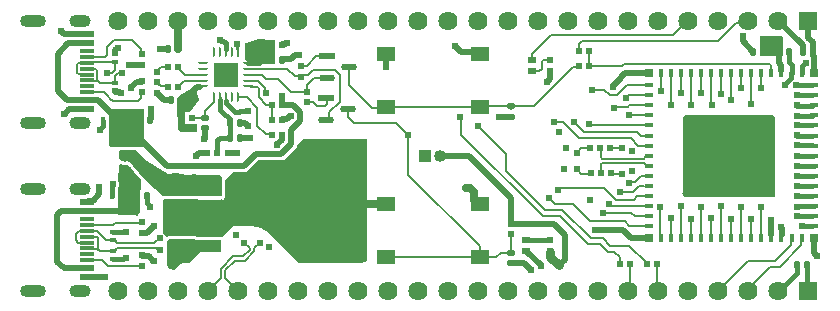
<source format=gtl>
G04*
G04 #@! TF.GenerationSoftware,Altium Limited,Altium Designer,24.5.2 (23)*
G04*
G04 Layer_Physical_Order=1*
G04 Layer_Color=255*
%FSLAX25Y25*%
%MOIN*%
G70*
G04*
G04 #@! TF.SameCoordinates,93A3EEE5-7AF5-460B-8448-28A0194370DD*
G04*
G04*
G04 #@! TF.FilePolarity,Positive*
G04*
G01*
G75*
%ADD13C,0.00600*%
G04:AMPARAMS|DCode=18|XSize=23.62mil|YSize=21.26mil|CornerRadius=5.63mil|HoleSize=0mil|Usage=FLASHONLY|Rotation=270.000|XOffset=0mil|YOffset=0mil|HoleType=Round|Shape=RoundedRectangle|*
%AMROUNDEDRECTD18*
21,1,0.02362,0.00999,0,0,270.0*
21,1,0.01235,0.02126,0,0,270.0*
1,1,0.01127,-0.00500,-0.00618*
1,1,0.01127,-0.00500,0.00618*
1,1,0.01127,0.00500,0.00618*
1,1,0.01127,0.00500,-0.00618*
%
%ADD18ROUNDEDRECTD18*%
%ADD19R,0.02126X0.02362*%
%ADD20R,0.03150X0.03150*%
%ADD21R,0.01575X0.03150*%
%ADD22R,0.03150X0.01575*%
%ADD23R,0.04724X0.04724*%
G04:AMPARAMS|DCode=24|XSize=23.62mil|YSize=21.26mil|CornerRadius=5.63mil|HoleSize=0mil|Usage=FLASHONLY|Rotation=180.000|XOffset=0mil|YOffset=0mil|HoleType=Round|Shape=RoundedRectangle|*
%AMROUNDEDRECTD24*
21,1,0.02362,0.00999,0,0,180.0*
21,1,0.01235,0.02126,0,0,180.0*
1,1,0.01127,-0.00618,0.00500*
1,1,0.01127,0.00618,0.00500*
1,1,0.01127,0.00618,-0.00500*
1,1,0.01127,-0.00618,-0.00500*
%
%ADD24ROUNDEDRECTD24*%
%ADD25R,0.06102X0.05118*%
%ADD26R,0.02362X0.02126*%
%ADD27R,0.01378X0.02362*%
%ADD28R,0.02362X0.01378*%
%ADD29R,0.04528X0.02362*%
%ADD30R,0.02756X0.02362*%
G04:AMPARAMS|DCode=31|XSize=33.06mil|YSize=9.55mil|CornerRadius=4.77mil|HoleSize=0mil|Usage=FLASHONLY|Rotation=270.000|XOffset=0mil|YOffset=0mil|HoleType=Round|Shape=RoundedRectangle|*
%AMROUNDEDRECTD31*
21,1,0.03306,0.00000,0,0,270.0*
21,1,0.02351,0.00955,0,0,270.0*
1,1,0.00955,0.00000,-0.01176*
1,1,0.00955,0.00000,0.01176*
1,1,0.00955,0.00000,0.01176*
1,1,0.00955,0.00000,-0.01176*
%
%ADD31ROUNDEDRECTD31*%
G04:AMPARAMS|DCode=32|XSize=35.43mil|YSize=68.9mil|CornerRadius=1.95mil|HoleSize=0mil|Usage=FLASHONLY|Rotation=90.000|XOffset=0mil|YOffset=0mil|HoleType=Round|Shape=RoundedRectangle|*
%AMROUNDEDRECTD32*
21,1,0.03543,0.06500,0,0,90.0*
21,1,0.03154,0.06890,0,0,90.0*
1,1,0.00390,0.03250,0.01577*
1,1,0.00390,0.03250,-0.01577*
1,1,0.00390,-0.03250,-0.01577*
1,1,0.00390,-0.03250,0.01577*
%
%ADD32ROUNDEDRECTD32*%
G04:AMPARAMS|DCode=33|XSize=125.98mil|YSize=68.9mil|CornerRadius=2.07mil|HoleSize=0mil|Usage=FLASHONLY|Rotation=90.000|XOffset=0mil|YOffset=0mil|HoleType=Round|Shape=RoundedRectangle|*
%AMROUNDEDRECTD33*
21,1,0.12598,0.06476,0,0,90.0*
21,1,0.12185,0.06890,0,0,90.0*
1,1,0.00413,0.03238,0.06093*
1,1,0.00413,0.03238,-0.06093*
1,1,0.00413,-0.03238,-0.06093*
1,1,0.00413,-0.03238,0.06093*
%
%ADD33ROUNDEDRECTD33*%
G04:AMPARAMS|DCode=34|XSize=9.55mil|YSize=33.06mil|CornerRadius=4.77mil|HoleSize=0mil|Usage=FLASHONLY|Rotation=270.000|XOffset=0mil|YOffset=0mil|HoleType=Round|Shape=RoundedRectangle|*
%AMROUNDEDRECTD34*
21,1,0.00955,0.02351,0,0,270.0*
21,1,0.00000,0.03306,0,0,270.0*
1,1,0.00955,-0.01176,0.00000*
1,1,0.00955,-0.01176,0.00000*
1,1,0.00955,0.01176,0.00000*
1,1,0.00955,0.01176,0.00000*
%
%ADD34ROUNDEDRECTD34*%
%ADD35R,0.04528X0.01181*%
%ADD36R,0.00955X0.03306*%
%ADD37R,0.05343X0.02253*%
G04:AMPARAMS|DCode=38|XSize=53.43mil|YSize=22.53mil|CornerRadius=11.26mil|HoleSize=0mil|Usage=FLASHONLY|Rotation=0.000|XOffset=0mil|YOffset=0mil|HoleType=Round|Shape=RoundedRectangle|*
%AMROUNDEDRECTD38*
21,1,0.05343,0.00000,0,0,0.0*
21,1,0.03091,0.02253,0,0,0.0*
1,1,0.02253,0.01545,0.00000*
1,1,0.02253,-0.01545,0.00000*
1,1,0.02253,-0.01545,0.00000*
1,1,0.02253,0.01545,0.00000*
%
%ADD38ROUNDEDRECTD38*%
%ADD50R,0.08071X0.08071*%
G04:AMPARAMS|DCode=53|XSize=39.37mil|YSize=86.61mil|CornerRadius=19.68mil|HoleSize=0mil|Usage=FLASHONLY|Rotation=270.000|XOffset=0mil|YOffset=0mil|HoleType=Round|Shape=RoundedRectangle|*
%AMROUNDEDRECTD53*
21,1,0.03937,0.04724,0,0,270.0*
21,1,0.00000,0.08661,0,0,270.0*
1,1,0.03937,-0.02362,0.00000*
1,1,0.03937,-0.02362,0.00000*
1,1,0.03937,0.02362,0.00000*
1,1,0.03937,0.02362,0.00000*
%
%ADD53ROUNDEDRECTD53*%
G04:AMPARAMS|DCode=54|XSize=39.37mil|YSize=70.87mil|CornerRadius=19.68mil|HoleSize=0mil|Usage=FLASHONLY|Rotation=270.000|XOffset=0mil|YOffset=0mil|HoleType=Round|Shape=RoundedRectangle|*
%AMROUNDEDRECTD54*
21,1,0.03937,0.03150,0,0,270.0*
21,1,0.00000,0.07087,0,0,270.0*
1,1,0.03937,-0.01575,0.00000*
1,1,0.03937,-0.01575,0.00000*
1,1,0.03937,0.01575,0.00000*
1,1,0.03937,0.01575,0.00000*
%
%ADD54ROUNDEDRECTD54*%
%ADD60R,0.01575X0.01575*%
%ADD61C,0.02000*%
%ADD62C,0.01500*%
%ADD63C,0.02500*%
%ADD64C,0.03000*%
%ADD65C,0.00603*%
%ADD66C,0.00623*%
%ADD67C,0.01001*%
%ADD68R,0.06400X0.06400*%
%ADD69C,0.06400*%
%ADD70R,0.04000X0.04000*%
%ADD71C,0.04000*%
%ADD72R,0.04000X0.04000*%
%ADD73C,0.02400*%
G36*
X250442Y89955D02*
X256205Y89905D01*
X256600Y89509D01*
Y85121D01*
X256599Y85118D01*
Y83882D01*
X256600Y83879D01*
Y83300D01*
X249100D01*
Y88043D01*
X249100Y88043D01*
X249088Y88098D01*
X249076Y88210D01*
X249076Y88323D01*
X249088Y88435D01*
X249100Y88490D01*
X249100Y88490D01*
X249102Y88497D01*
X249108Y88512D01*
X249115Y88525D01*
X249123Y88538D01*
X249128Y88544D01*
X249100Y89300D01*
X249100Y89300D01*
X249107Y89337D01*
X249115Y89412D01*
Y89488D01*
X249107Y89563D01*
X249100Y89600D01*
X249100Y89600D01*
X249105Y89626D01*
X249113Y89679D01*
X249116Y89732D01*
X249116Y89785D01*
X249114Y89811D01*
Y89811D01*
X249113Y89829D01*
X249125Y89862D01*
X249149Y89887D01*
X249181Y89900D01*
X249199Y89899D01*
X249346Y89893D01*
X249640Y89891D01*
X249934Y89904D01*
X250227Y89931D01*
X250373Y89951D01*
X250373Y89950D01*
X250382Y89952D01*
X250399Y89953D01*
X250416Y89955D01*
X250433Y89955D01*
X250442Y89955D01*
D02*
G37*
G36*
X86500Y88500D02*
X87500D01*
Y80600D01*
X84550D01*
X84515Y80561D01*
X82000D01*
X81415Y80445D01*
X80919Y80113D01*
X80910Y80100D01*
X79378D01*
X77500Y81978D01*
Y87500D01*
X77600Y87600D01*
X82000Y89000D01*
X86500Y88500D01*
D02*
G37*
G36*
X254200Y62690D02*
Y36300D01*
X224024D01*
X223931Y36346D01*
X223768Y36476D01*
X223638Y36639D01*
X223547Y36826D01*
X223523Y36927D01*
X223428Y37016D01*
X223298Y37240D01*
X223238Y37493D01*
X223254Y37753D01*
X223300Y37874D01*
X223300Y61538D01*
X223300Y62500D01*
X223771Y63297D01*
X224021Y63400D01*
X224200Y63400D01*
X253324Y63400D01*
X254200Y62690D01*
D02*
G37*
G36*
X61171Y71832D02*
X62100Y68601D01*
X58987Y64665D01*
X57519D01*
Y60539D01*
X61300D01*
Y58000D01*
X56100D01*
X55100Y59000D01*
X54753Y67233D01*
X54779Y67272D01*
X54901Y67882D01*
Y69118D01*
X54886Y69192D01*
X55840Y70147D01*
X59580Y72222D01*
X61171Y71832D01*
D02*
G37*
G36*
X43800Y65500D02*
Y62657D01*
X43792Y62618D01*
Y61382D01*
X43800Y61343D01*
Y52900D01*
X39689D01*
X39611Y52916D01*
X39611D01*
X39611Y52916D01*
X39495Y52938D01*
X39495Y52939D01*
X39495Y52939D01*
X39490Y52942D01*
X39406Y52959D01*
X39357Y52981D01*
X39344Y52981D01*
X39298Y53000D01*
X39198Y53000D01*
X39100Y53020D01*
X36401D01*
X36401Y53020D01*
X36301Y53020D01*
X36202Y53000D01*
X36101Y53000D01*
X36009Y52962D01*
X35910Y52942D01*
X35906Y52939D01*
X35905Y52939D01*
X35830Y52908D01*
X35812Y52900D01*
X32600D01*
X32000Y53500D01*
Y65600D01*
X43700D01*
X43800Y65500D01*
D02*
G37*
G36*
X39101Y52000D02*
X39108Y51995D01*
X39108Y51995D01*
X39128Y51991D01*
X39207Y51959D01*
X39244Y51951D01*
X39247Y51950D01*
X39247Y51950D01*
X39254Y51949D01*
X39285Y51943D01*
X39296Y51938D01*
X39490Y51900D01*
X39533D01*
X39538Y51898D01*
X39551Y51900D01*
X39590D01*
X39689Y51880D01*
X40972D01*
X41349Y51692D01*
X44795Y48331D01*
X51745Y43967D01*
X54549Y44180D01*
X58196Y43668D01*
X61099Y43744D01*
X61577Y43681D01*
X68537Y43617D01*
X68621Y43656D01*
X69849Y42873D01*
Y40592D01*
Y36492D01*
X69349D01*
X69170Y36510D01*
X67793Y36441D01*
X67687Y36420D01*
X67449Y36492D01*
X61352Y36792D01*
X58771Y36671D01*
X54749Y36692D01*
X49849D01*
X49711Y36749D01*
X47497Y38963D01*
X41949Y44180D01*
Y44292D01*
X40549Y46192D01*
X40249Y46592D01*
X40149Y46892D01*
X38849Y47792D01*
X38049Y48092D01*
X37449D01*
X36449Y48392D01*
X35600Y48901D01*
X35449Y49169D01*
Y51492D01*
X35843Y51887D01*
X36021Y51922D01*
X36202Y51958D01*
X36220Y51966D01*
X36220Y51966D01*
X36221Y51966D01*
X36296Y51997D01*
X36300Y52000D01*
X36300Y52000D01*
X36401Y52000D01*
X36401Y52000D01*
X39100D01*
X39101Y52000D01*
D02*
G37*
G36*
X117800Y55371D02*
X118000D01*
Y54400D01*
Y46800D01*
Y45600D01*
Y32200D01*
Y16100D01*
Y14800D01*
X116000Y14100D01*
X95500D01*
X85283Y24317D01*
X82700Y25900D01*
X79700Y26700D01*
X73824Y26525D01*
X73824Y26525D01*
X73649Y26505D01*
X73319Y26383D01*
X73046Y26163D01*
X72856Y25867D01*
X72800Y25700D01*
X69841Y22741D01*
X69690Y22842D01*
X69300Y22920D01*
X61373D01*
X61190Y23042D01*
X60800Y23120D01*
X60068D01*
X59770Y23179D01*
X54500D01*
X54202Y23120D01*
X53621D01*
X53618Y23119D01*
X52382D01*
X52379Y23120D01*
X52100D01*
X51710Y23042D01*
X51499Y22901D01*
X51373Y22900D01*
X51114Y22970D01*
X50926Y23076D01*
X50696Y23633D01*
X50200Y24128D01*
Y35200D01*
X50400Y35400D01*
X61910D01*
X61981Y35353D01*
X62447Y35260D01*
X68947D01*
X69413Y35353D01*
X69484Y35400D01*
X69600D01*
X70000Y35000D01*
X70500Y35500D01*
Y35724D01*
X70570Y35771D01*
X70791Y36102D01*
X70868Y36492D01*
Y41968D01*
X73300Y44400D01*
X77400D01*
X77550Y44550D01*
X77880Y44616D01*
X78542Y45058D01*
X81945Y48461D01*
X89526D01*
X90225Y48600D01*
X90300D01*
X90337Y48637D01*
X90967Y49058D01*
X94206Y52296D01*
X94648Y52958D01*
X94720Y53320D01*
X96800Y55400D01*
X117652D01*
X117800Y55371D01*
D02*
G37*
G36*
X36982Y47033D02*
X37105Y47000D01*
X37895D01*
X37915Y47005D01*
X38053Y47001D01*
X38224Y46937D01*
X38475Y46811D01*
X39138Y46351D01*
X39399Y46052D01*
X39433Y45980D01*
X39731Y45584D01*
X40264Y44860D01*
Y44466D01*
X41141Y43588D01*
X41228Y43459D01*
X41241Y43450D01*
X41250Y43437D01*
X41956Y42773D01*
X42664Y42066D01*
X42464Y34966D01*
X42464Y31066D01*
X41611Y30120D01*
X41460Y30032D01*
X41362Y30009D01*
X40900Y30100D01*
X40779Y30174D01*
X40429Y30171D01*
X39864Y30166D01*
X35501Y30166D01*
X35471Y30180D01*
X35083Y30573D01*
X35070Y30602D01*
X35197Y39231D01*
X35500Y39962D01*
Y40838D01*
X35230Y41489D01*
X35304Y46506D01*
X35864Y47066D01*
X36982Y47033D01*
D02*
G37*
G36*
X61000Y21900D02*
X69300D01*
Y18000D01*
X62800D01*
X62200Y17400D01*
X59100Y14300D01*
X56500D01*
X56100Y13900D01*
X54100Y12100D01*
X53800Y12000D01*
X52414Y12082D01*
X52354Y12085D01*
X52245Y12132D01*
X52158Y12214D01*
X52104Y12320D01*
X52096Y12379D01*
X51810Y12865D01*
X51440Y13929D01*
X51286Y15046D01*
X51355Y16171D01*
X51378Y16255D01*
X51557Y16716D01*
X51557Y16716D01*
X51500Y17700D01*
Y21400D01*
X51900Y21900D01*
X52100Y22100D01*
X52379D01*
X52382Y22099D01*
X53618D01*
X53621Y22100D01*
X57879D01*
X57882Y22099D01*
X59118D01*
X59121Y22100D01*
X60800D01*
X61000Y21900D01*
D02*
G37*
D13*
X192201Y80000D02*
X202964D01*
X252807Y77642D02*
Y80048D01*
X203598Y80634D02*
X252221D01*
X252807Y77642D02*
X252890Y77559D01*
X252221Y80634D02*
X252807Y80048D01*
X202964Y80000D02*
X203598Y80634D01*
X192201Y80000D02*
Y85000D01*
X127900Y60800D02*
X131800Y56900D01*
X111742Y62958D02*
X113900Y60800D01*
X127900D01*
X98000Y73500D02*
X100260Y75760D01*
X98000Y71201D02*
Y73500D01*
Y67799D02*
X100201D01*
X101400Y66600D02*
X104014D01*
X100201Y67799D02*
X101400Y66600D01*
X88400Y75700D02*
X92899Y71201D01*
X98000D01*
X81500Y60000D02*
X84322Y57178D01*
X81500Y60000D02*
Y64500D01*
X86121Y57178D02*
X86299Y57000D01*
X84322Y57178D02*
X86121D01*
X78041Y69459D02*
X81500Y66000D01*
Y64500D02*
Y66000D01*
X74937Y69459D02*
X78041D01*
X32568Y13250D02*
X37788D01*
X31709Y13299D02*
X32519D01*
X32568Y13250D01*
X37788D02*
X37838Y13299D01*
X43000D01*
X30000Y15009D02*
X31709Y13299D01*
X29890Y15118D02*
X30000Y15009D01*
X196600Y31000D02*
X206218D01*
X207297Y29921D01*
X199511Y33268D02*
X211945D01*
X198979Y33800D02*
X199511Y33268D01*
X198600Y33800D02*
X198979D01*
X181979Y38700D02*
X182579Y39300D01*
X197000D01*
X181600Y38700D02*
X181979D01*
X197000Y39300D02*
X201000Y35300D01*
X192482Y28100D02*
X203936D01*
X180800Y33800D02*
X186782D01*
X178700Y35900D02*
X180800Y33800D01*
X186782D02*
X192482Y28100D01*
X182471Y29701D02*
X191771Y20400D01*
X176799Y29701D02*
X182471D01*
X183200Y31800D02*
X192600Y22400D01*
X177547Y31800D02*
X183200D01*
X155000Y60000D02*
X164400Y50600D01*
Y44947D02*
Y50600D01*
X191771Y20400D02*
X195872D01*
X198331Y17941D01*
X149500Y57000D02*
X176799Y29701D01*
X149500Y57000D02*
Y61925D01*
X148926Y62500D02*
X149500Y61925D01*
X201000Y35300D02*
X206998D01*
X164400Y44947D02*
X177547Y31800D01*
X192600Y22400D02*
X196700D01*
X201255Y70073D02*
X204607Y73425D01*
X193000Y72000D02*
X197182D01*
X199108Y70073D01*
X201255D01*
X198331Y17941D02*
X200459D01*
X202299Y16101D01*
X148926Y62500D02*
Y62879D01*
X196700Y22400D02*
X199159Y19941D01*
X205476D01*
X155650Y16142D02*
Y19750D01*
X131800Y43600D02*
Y56900D01*
Y43600D02*
X155650Y19750D01*
Y16142D02*
X161249D01*
X165793Y17693D02*
X166000Y17900D01*
X161249Y16142D02*
X162800Y17693D01*
X165793D01*
X202299Y14000D02*
Y16101D01*
X104014Y66600D02*
X104600Y67186D01*
Y68614D01*
X104258Y68956D02*
X104600Y68614D01*
X104258Y68956D02*
Y69240D01*
X42822Y69322D02*
Y71121D01*
X41594Y68094D02*
X42822Y69322D01*
X33406Y68094D02*
X41594D01*
X42822Y71121D02*
X43000Y71299D01*
X42722Y83979D02*
X43000Y83701D01*
X42722Y83979D02*
Y85678D01*
X33882Y88700D02*
X39700D01*
X42722Y85678D01*
X206998Y35300D02*
X208158Y36459D01*
X211790D01*
X211945Y36614D01*
X259383Y22242D02*
X259583Y22441D01*
X259383Y20157D02*
Y22242D01*
X254226Y15000D02*
X259383Y20157D01*
X245000Y15000D02*
X254226D01*
X215904Y21686D02*
Y32932D01*
X204607Y73425D02*
X211945D01*
X173000Y81870D02*
X173065Y81936D01*
Y83965D02*
X179300Y90200D01*
X220200D01*
X173065Y81936D02*
Y83965D01*
X64088Y64770D02*
X67063Y67745D01*
Y69459D01*
X64088Y62697D02*
Y64770D01*
X83071Y77000D02*
X83705Y76366D01*
X84371Y75700D01*
X78541Y77000D02*
X83071D01*
X84371Y75700D02*
X88400D01*
X262793Y22305D02*
X262929Y22441D01*
X262793Y20093D02*
Y22305D01*
X255700Y13000D02*
X262793Y20093D01*
X84232Y71268D02*
X84500Y71000D01*
X81646Y75032D02*
X84232Y72445D01*
Y71268D02*
Y72445D01*
X244177Y94177D02*
X245000Y95000D01*
X241177Y94177D02*
X244177D01*
X189700Y88200D02*
X235200D01*
X241177Y94177D01*
X79694Y75032D02*
X81646D01*
X166000Y23799D02*
X166432Y24232D01*
X74914Y85694D02*
Y87286D01*
X30000Y71102D02*
X30398D01*
X24764D02*
X30000D01*
X30398D02*
X31424Y70077D01*
Y70041D02*
X32888Y68577D01*
X32923D01*
X33406Y68094D01*
X31424Y70041D02*
Y70077D01*
X31319Y83590D02*
Y86137D01*
X33882Y88700D01*
X29800Y83004D02*
X30733D01*
X24854D02*
X29800D01*
X30733D02*
X31319Y83590D01*
X24764Y82913D02*
X24854Y83004D01*
X24764Y15118D02*
X29890D01*
X207310Y41268D02*
X209349Y43307D01*
X211945D01*
X205768Y41268D02*
X207310D01*
X205500Y41000D02*
X205768Y41268D01*
X188700Y55800D02*
X206018D01*
X208472Y53347D01*
X208200Y57800D02*
X209307Y56693D01*
X211945D01*
X190400Y57800D02*
X208200D01*
X208472Y53347D02*
X211945D01*
X206870Y38000D02*
X208870Y40000D01*
X202500Y38000D02*
X206870D01*
X208870Y40000D02*
X210271D01*
X186000Y58500D02*
X188700Y55800D01*
X185982Y58500D02*
X186000D01*
X180400Y61100D02*
X183400D01*
X184400Y60100D01*
Y60082D02*
X185982Y58500D01*
X184400Y60082D02*
Y60100D01*
X187100Y61100D02*
X190400Y57800D01*
X192121Y60500D02*
X192389Y60232D01*
X193147D01*
X193340Y60039D01*
X211945D01*
X187100Y61100D02*
Y61200D01*
X91469Y79031D02*
X94000Y76500D01*
X82000Y79031D02*
X91469D01*
X33429Y26929D02*
X34200Y27700D01*
X42300D01*
X24764Y26929D02*
X33429D01*
X252472Y13000D02*
X255700D01*
X111742Y62958D02*
Y65500D01*
X166000Y17900D02*
Y23799D01*
X124350Y16142D02*
X154358D01*
X154900Y15600D01*
X180700Y73400D02*
X186867Y79567D01*
X188236D02*
X188400Y79731D01*
Y80000D01*
X186867Y79567D02*
X188236D01*
X173686Y66386D02*
X179100Y71800D01*
X179118D02*
X180700Y73382D01*
Y73400D01*
X166000Y66386D02*
X173686D01*
X179100Y71800D02*
X179118D01*
X155650Y66142D02*
X155894Y66386D01*
X165686D02*
X165700Y66400D01*
X155894Y66386D02*
X165686D01*
X124350Y66142D02*
X154142D01*
X154200Y66200D01*
X119800Y66000D02*
X122200D01*
X112242Y73558D02*
Y79500D01*
Y73558D02*
X119800Y66000D01*
X78541Y78936D02*
X82000D01*
Y79031D01*
X109000Y68017D02*
Y76777D01*
X107391Y78386D02*
X109000Y76777D01*
X105369Y64386D02*
X109000Y68017D01*
X104200Y62000D02*
X105031D01*
X105369Y62338D01*
Y64386D01*
X98386Y76714D02*
X100058Y78386D01*
X107391D01*
X96415Y76714D02*
X98386D01*
X96000Y76299D02*
X96415Y76714D01*
X94000Y76500D02*
X95000D01*
X100260Y75760D02*
X103740D01*
X104000Y75500D01*
X96332Y80033D02*
X98033D01*
X104690Y83172D02*
X104758Y83240D01*
X96000Y79701D02*
X96332Y80033D01*
X101172Y83172D02*
X104690D01*
X98033Y80033D02*
X101172Y83172D01*
X223500Y93500D02*
X225600D01*
X220200Y90200D02*
X223500Y93500D01*
X188799Y87299D02*
X189700Y88200D01*
X188799Y85000D02*
Y87299D01*
X63909Y62602D02*
X64000Y62693D01*
X59700Y62602D02*
X63909D01*
X81500Y72914D02*
X81968Y72446D01*
X79511Y73032D02*
X81383D01*
X81500Y72914D01*
X81968Y69532D02*
Y72446D01*
Y69532D02*
X84500Y67000D01*
X86299Y62000D02*
Y67000D01*
X84500D02*
X86000D01*
X79502Y73040D02*
X79511Y73032D01*
X203936Y28100D02*
X205461Y26575D01*
X214701Y14000D02*
X214850Y13850D01*
Y5150D02*
Y13850D01*
Y5150D02*
X215000Y5000D01*
X205701Y5701D02*
Y14000D01*
X205000Y5000D02*
X205701Y5701D01*
X205476Y19941D02*
X211299Y14118D01*
Y14000D02*
Y14118D01*
X176313Y81115D02*
X176899Y81701D01*
X176313Y79014D02*
Y81115D01*
X176899Y81701D02*
X179000D01*
X175429Y78130D02*
X176313Y79014D01*
X173000Y78130D02*
X175429D01*
X205461Y26575D02*
X211945D01*
X55000Y5000D02*
X55979Y5979D01*
X207297Y29921D02*
X211945D01*
X200500Y66000D02*
X200700Y66200D01*
X205018D01*
X205551Y66732D02*
X211945D01*
X205018Y66200D02*
X205551Y66732D01*
X205500Y63500D02*
X205614Y63386D01*
X211945D01*
X204647Y69268D02*
X205458Y70079D01*
X207200D02*
X207200Y70079D01*
X205458Y70079D02*
X207200D01*
X207200Y70079D02*
X211945D01*
X204268Y69268D02*
X204647D01*
X245000Y5528D02*
X252472Y13000D01*
X245000Y5000D02*
Y5528D01*
X235000Y5000D02*
X245000Y15000D01*
X246204Y67304D02*
Y76359D01*
X216100Y71392D02*
Y76408D01*
X246171Y23763D02*
Y28778D01*
X249496Y23741D02*
Y32796D01*
X239371Y23763D02*
Y28778D01*
X242696Y23741D02*
Y32796D01*
X232671Y24063D02*
Y29078D01*
X235996Y24041D02*
Y33096D01*
X226071Y23963D02*
Y28978D01*
X229396Y23941D02*
Y32996D01*
X219471Y24063D02*
Y29078D01*
X222796Y24041D02*
Y33096D01*
X222829Y71022D02*
Y76037D01*
X219504Y67004D02*
Y76059D01*
X229329Y71022D02*
Y76037D01*
X226004Y67004D02*
Y76059D01*
X232811Y67189D02*
Y77559D01*
Y67189D02*
X233000Y67000D01*
X236000Y70500D02*
X236157Y70657D01*
Y77559D01*
X239500Y68500D02*
X239504Y68504D01*
Y77559D01*
X242829Y72522D02*
Y77537D01*
X249522Y72522D02*
Y77537D01*
X249543Y77559D01*
X249500Y72500D02*
X249522Y72522D01*
D18*
X42500Y62000D02*
D03*
X45886D02*
D03*
X72307Y56000D02*
D03*
X75693D02*
D03*
X258693Y84500D02*
D03*
X246807D02*
D03*
X44693Y36500D02*
D03*
X51707Y85400D02*
D03*
X52807Y68500D02*
D03*
X89693Y82000D02*
D03*
X266693Y84500D02*
D03*
X261307Y13500D02*
D03*
X75693Y61000D02*
D03*
X72307D02*
D03*
X264693Y13500D02*
D03*
X263307Y84500D02*
D03*
X86307Y82000D02*
D03*
X56193Y68500D02*
D03*
X55093Y85400D02*
D03*
X41307Y36500D02*
D03*
X250193Y84500D02*
D03*
X255307D02*
D03*
D19*
X195998Y44187D02*
D03*
X199400D02*
D03*
X195801Y52500D02*
D03*
X192399D02*
D03*
X196000Y44187D02*
D03*
X192598D02*
D03*
X89701Y62000D02*
D03*
Y57000D02*
D03*
X188799Y80000D02*
D03*
X192201D02*
D03*
X188799Y85000D02*
D03*
X192201D02*
D03*
X71601Y51000D02*
D03*
X68199D02*
D03*
X64799D02*
D03*
X68201D02*
D03*
X89701Y87000D02*
D03*
X86299D02*
D03*
X51799Y73000D02*
D03*
X55201D02*
D03*
X51799Y79400D02*
D03*
X55201D02*
D03*
X86299Y57000D02*
D03*
Y67000D02*
D03*
X89701D02*
D03*
X86299Y62000D02*
D03*
X205701Y14000D02*
D03*
X202299D02*
D03*
X214701D02*
D03*
X211299D02*
D03*
X199201Y52500D02*
D03*
X195799D02*
D03*
D20*
X267063Y77559D02*
D03*
X211945D02*
D03*
X267063Y22441D02*
D03*
X211945D02*
D03*
D21*
X262929Y77559D02*
D03*
X259583D02*
D03*
X252890Y22441D02*
D03*
X256236D02*
D03*
X262929D02*
D03*
X259583D02*
D03*
X249543D02*
D03*
X246197D02*
D03*
X242850D02*
D03*
X239504D02*
D03*
X236157D02*
D03*
X232811D02*
D03*
X229465D02*
D03*
X226118D02*
D03*
X222772D02*
D03*
X219425D02*
D03*
X216079D02*
D03*
Y77559D02*
D03*
X219425D02*
D03*
X222772D02*
D03*
X226118D02*
D03*
X229465D02*
D03*
X232811D02*
D03*
X236157D02*
D03*
X239504D02*
D03*
X242850D02*
D03*
X246197D02*
D03*
X249543D02*
D03*
X252890D02*
D03*
X256236D02*
D03*
D22*
X267063Y26575D02*
D03*
Y29921D02*
D03*
Y33268D02*
D03*
Y36614D02*
D03*
Y39961D02*
D03*
Y43307D02*
D03*
Y46654D02*
D03*
Y50000D02*
D03*
Y53347D02*
D03*
Y56693D02*
D03*
Y60039D02*
D03*
Y63386D02*
D03*
Y66732D02*
D03*
Y70079D02*
D03*
Y73425D02*
D03*
X211945Y26575D02*
D03*
Y29921D02*
D03*
Y33268D02*
D03*
Y36614D02*
D03*
Y39961D02*
D03*
Y43307D02*
D03*
Y46654D02*
D03*
Y50000D02*
D03*
Y53347D02*
D03*
Y56693D02*
D03*
Y60039D02*
D03*
Y63386D02*
D03*
Y66732D02*
D03*
Y70079D02*
D03*
Y73425D02*
D03*
D23*
X239504Y50000D02*
D03*
X246000D02*
D03*
Y43504D02*
D03*
X239504D02*
D03*
X233008D02*
D03*
Y50000D02*
D03*
Y56496D02*
D03*
X239504D02*
D03*
D24*
X166000Y63000D02*
D03*
Y14307D02*
D03*
X58000Y34307D02*
D03*
X53000Y24193D02*
D03*
X58500D02*
D03*
X64000Y59307D02*
D03*
Y62693D02*
D03*
X58500Y20807D02*
D03*
X53000D02*
D03*
X58000Y37693D02*
D03*
X166000Y17693D02*
D03*
Y66386D02*
D03*
D25*
X124350Y83858D02*
D03*
X155650D02*
D03*
X124350Y33858D02*
D03*
X155650D02*
D03*
Y16142D02*
D03*
X124350D02*
D03*
X155650Y66142D02*
D03*
X124350D02*
D03*
D26*
X43000Y16701D02*
D03*
Y24299D02*
D03*
Y74701D02*
D03*
Y80299D02*
D03*
X179000Y81701D02*
D03*
Y78299D02*
D03*
Y21701D02*
D03*
Y18299D02*
D03*
X59700Y59200D02*
D03*
Y62602D02*
D03*
X43000Y83701D02*
D03*
Y71299D02*
D03*
Y27701D02*
D03*
Y13299D02*
D03*
X98000Y71201D02*
D03*
Y67799D02*
D03*
X166000Y23799D02*
D03*
Y27201D02*
D03*
X96000Y76299D02*
D03*
Y79701D02*
D03*
D27*
X33220Y36500D02*
D03*
X30220Y62000D02*
D03*
X32779D02*
D03*
X35780Y36500D02*
D03*
D28*
X33500Y24559D02*
D03*
Y15500D02*
D03*
X34000Y83780D02*
D03*
Y71720D02*
D03*
Y74279D02*
D03*
Y81221D02*
D03*
X33500Y18059D02*
D03*
Y22000D02*
D03*
D29*
X24764Y9409D02*
D03*
Y34606D02*
D03*
Y65394D02*
D03*
Y90591D02*
D03*
Y68543D02*
D03*
Y87441D02*
D03*
Y12559D02*
D03*
Y31457D02*
D03*
D30*
X171000Y18130D02*
D03*
Y21870D02*
D03*
X173000Y78130D02*
D03*
Y81870D02*
D03*
D31*
X71000Y69459D02*
D03*
Y84541D02*
D03*
X72969D02*
D03*
X69032D02*
D03*
X67063D02*
D03*
Y69459D02*
D03*
X69032D02*
D03*
X72969D02*
D03*
X74937D02*
D03*
D32*
X65697Y29000D02*
D03*
Y19945D02*
D03*
Y38055D02*
D03*
D33*
X90303Y29000D02*
D03*
D34*
X78541Y78969D02*
D03*
Y77000D02*
D03*
X63459Y80937D02*
D03*
Y78969D02*
D03*
Y77000D02*
D03*
Y75032D02*
D03*
Y73063D02*
D03*
X78541D02*
D03*
Y75032D02*
D03*
Y80937D02*
D03*
D35*
X24764Y84882D02*
D03*
Y82913D02*
D03*
Y80945D02*
D03*
Y78976D02*
D03*
Y77008D02*
D03*
Y75039D02*
D03*
Y73071D02*
D03*
Y71102D02*
D03*
Y28898D02*
D03*
Y26929D02*
D03*
Y24961D02*
D03*
Y22992D02*
D03*
Y21024D02*
D03*
Y19055D02*
D03*
Y17087D02*
D03*
Y15118D02*
D03*
D36*
X74937Y84541D02*
D03*
D37*
X104258Y69240D02*
D03*
X104758Y83240D02*
D03*
D38*
X104258Y61760D02*
D03*
X111742Y65500D02*
D03*
X104758Y75760D02*
D03*
X112242Y79500D02*
D03*
D50*
X71000Y77000D02*
D03*
D53*
X6752Y39016D02*
D03*
Y5000D02*
D03*
Y95000D02*
D03*
Y60984D02*
D03*
D54*
X22500Y39016D02*
D03*
Y5000D02*
D03*
Y95000D02*
D03*
Y60984D02*
D03*
D60*
X246000Y56496D02*
D03*
D61*
X75693Y60882D02*
X75756Y60819D01*
X77573D01*
X75693Y60882D02*
Y61000D01*
X77573Y60819D02*
X78392Y60000D01*
X78500D01*
X92681Y82181D02*
X93923Y83424D01*
X89756Y82181D02*
X92681D01*
X93923Y83424D02*
X95424D01*
X89764Y87181D02*
X91073D01*
X89701Y87118D02*
X89764Y87181D01*
X91073D02*
X91392Y87500D01*
X91500D01*
X89701Y87000D02*
Y87118D01*
X253950Y85975D02*
Y86506D01*
X152000Y50000D02*
X166000Y36000D01*
X142500Y50000D02*
X152000D01*
X166000Y27201D02*
Y36000D01*
X89693Y82118D02*
X89756Y82181D01*
X89693Y82000D02*
Y82118D01*
X95424Y83424D02*
X95500Y83500D01*
X42948Y16701D02*
X43011Y16638D01*
X53000Y24193D02*
Y28900D01*
X54500Y29050D02*
X58500D01*
X65647D01*
X33924Y71077D02*
X35724D01*
X147500Y86500D02*
X149500Y84500D01*
X155008D02*
X155650Y83858D01*
X149500Y84500D02*
X155008D01*
X182000Y13400D02*
X182070D01*
X184000Y15330D01*
Y23600D01*
X171378Y17949D02*
X175933Y13393D01*
X176107D01*
X176200Y13300D01*
X172792Y12000D02*
X172900D01*
X166000Y14307D02*
X170485D01*
X172792Y12000D01*
X243277Y88149D02*
X246807Y84618D01*
X243277Y88149D02*
Y89824D01*
X255307Y84500D02*
Y84618D01*
Y80753D02*
Y84500D01*
X181097Y26503D02*
X184000Y23600D01*
X180399Y27201D02*
X181097Y26503D01*
X166000Y27201D02*
X180399D01*
X51300Y29100D02*
X51350Y29050D01*
X53000D01*
X81100Y50500D02*
X89526D01*
X92764Y53738D02*
Y58664D01*
X77100Y46500D02*
X81100Y50500D01*
X51500Y46500D02*
X77100D01*
X89526Y50500D02*
X92764Y53738D01*
Y58664D02*
X95800Y61700D01*
Y64700D01*
X93500Y67000D02*
X95800Y64700D01*
X92492Y63200D02*
X92600D01*
X89701Y62118D02*
X89764Y62181D01*
X89701Y62000D02*
Y62118D01*
X89764Y62181D02*
X91473D01*
X92492Y63200D01*
X57131Y68681D02*
X61000Y72550D01*
X56256Y68681D02*
X57131D01*
X61000Y72550D02*
X61350Y72900D01*
X62500D01*
X59637Y59263D02*
X59700Y59200D01*
X57245Y59263D02*
X59637D01*
X57108Y59400D02*
X57245Y59263D01*
X57000Y59400D02*
X57108D01*
X267200Y82600D02*
Y82708D01*
Y77696D02*
Y82600D01*
X266630Y84681D02*
Y87720D01*
Y84681D02*
X266693Y84618D01*
X265000Y89350D02*
Y95000D01*
Y89350D02*
X266630Y87720D01*
X266693Y84500D02*
Y84618D01*
X266756Y83152D02*
Y84437D01*
Y83152D02*
X267200Y82708D01*
X267063Y77559D02*
X267200Y77696D01*
X256000Y26284D02*
Y26300D01*
Y26284D02*
X256268Y26016D01*
Y23653D02*
Y26016D01*
X95800Y30400D02*
X97700Y32300D01*
Y35500D01*
X91703Y30400D02*
X95800D01*
X90303Y29000D02*
X91703Y30400D01*
X46992Y26600D02*
X47100D01*
X43063Y24362D02*
X44754D01*
X46992Y26600D01*
X53000Y28900D02*
X55000D01*
X35724Y71077D02*
X36000Y70800D01*
X39400Y72772D02*
X41266Y74638D01*
X39400Y72700D02*
Y72772D01*
X42950Y80250D02*
X43000Y80299D01*
X38950Y80250D02*
X42950D01*
X38900Y80200D02*
X38950Y80250D01*
X49100Y85400D02*
X51707D01*
X43011Y16638D02*
X45254D01*
X46892Y15000D01*
X89700Y67000D02*
X89701Y67000D01*
X89700Y67000D02*
Y69800D01*
X89700Y69800D02*
X89700Y69800D01*
X53676Y13930D02*
X54423Y14676D01*
X53600Y13700D02*
X53676Y13777D01*
X54423Y16523D02*
X54500Y16600D01*
X54423Y14676D02*
Y16523D01*
Y16677D02*
Y16900D01*
X52877Y20744D02*
X52950D01*
X54423Y16677D02*
X54500Y16600D01*
X52877Y18447D02*
Y20744D01*
X53676Y13777D02*
Y13930D01*
X52877Y18447D02*
X54423Y16900D01*
X58500Y16000D02*
Y20600D01*
X86299Y82008D02*
Y85500D01*
X56193Y68618D02*
X56256Y68681D01*
X56193Y68500D02*
Y68618D01*
X255307Y80753D02*
X256024Y80036D01*
Y78134D02*
Y80036D01*
X253950Y85975D02*
X255307Y84618D01*
X263307Y84500D02*
Y86800D01*
X255107Y95000D02*
X263307Y86800D01*
X267063Y17545D02*
X268000Y16608D01*
X267063Y17545D02*
Y22441D01*
X268000Y16500D02*
Y16608D01*
X124500Y79500D02*
Y83709D01*
X124350Y83858D02*
X124500Y83709D01*
X81100Y85500D02*
X85500D01*
X79900Y84300D02*
X81100Y85500D01*
X78800Y84300D02*
X79900D01*
X43000Y55000D02*
X51500Y46500D01*
X24802Y68506D02*
X28414D01*
X32970Y62529D02*
X33500Y62000D01*
X15000Y71500D02*
Y84004D01*
X37500Y55000D02*
X43000D01*
X17957Y68543D02*
X24764D01*
X37500Y62000D02*
X42500D01*
X33500D02*
X37500D01*
X32970Y62529D02*
Y63949D01*
X15000Y71500D02*
X17957Y68543D01*
X37500Y55000D02*
Y62000D01*
X89701Y67000D02*
X93500D01*
X18437Y87441D02*
X24764D01*
Y68543D02*
X24802Y68506D01*
X28414D02*
X32970Y63949D01*
X15000Y84004D02*
X18437Y87441D01*
X89638Y55246D02*
Y56937D01*
X88200Y53808D02*
X89638Y55246D01*
X88200Y53700D02*
Y53808D01*
X24764Y31457D02*
X30000D01*
X36628D01*
X37800Y32628D01*
Y36500D01*
X41100D01*
X56147Y60379D02*
Y68446D01*
X57000Y59400D02*
Y59526D01*
X56147Y60379D02*
X57000Y59526D01*
X45949Y62118D02*
Y65141D01*
X46100Y65292D01*
Y65400D01*
X36200Y36500D02*
X37800D01*
X37500Y36800D02*
Y45000D01*
Y36800D02*
X37800Y36500D01*
X72201Y51000D02*
X74900D01*
X89638Y56937D02*
X89701Y57000D01*
X16108Y91500D02*
X17018Y90591D01*
X16000Y91500D02*
X16108D01*
X17018Y90591D02*
X24764D01*
X52807Y68500D02*
Y68618D01*
X50427Y68681D02*
X52744D01*
X48000Y71000D02*
X48108D01*
X52744Y68681D02*
X52807Y68618D01*
X48108Y71000D02*
X50427Y68681D01*
X34181Y84700D02*
Y85073D01*
X35000Y85892D02*
Y86000D01*
X34181Y85073D02*
X35000Y85892D01*
X17000Y64000D02*
X17500D01*
X18894Y65394D01*
X24764D01*
X28900Y37100D02*
Y39700D01*
X24764Y34606D02*
X24945Y34787D01*
X26587D01*
X28900Y37100D01*
X41266Y74638D02*
X42937D01*
X43000Y74701D01*
X200000Y73108D02*
X202645Y75753D01*
X58500Y29100D02*
Y29208D01*
Y29050D02*
Y29100D01*
Y24193D02*
Y29050D01*
X46892Y15000D02*
X47000D01*
X43000Y24299D02*
X43063Y24362D01*
X162000Y63000D02*
X166000D01*
X227000Y50000D02*
X233008D01*
X24764Y9409D02*
X30691D01*
X30700Y9400D01*
X36100Y36600D02*
X36200Y36500D01*
X15972Y31457D02*
X24764D01*
X14800Y30285D02*
X15972Y31457D01*
X14800Y14700D02*
X16700Y12800D01*
X14800Y14700D02*
Y30285D01*
X16972Y12559D02*
X24764D01*
X58000Y29708D02*
Y34307D01*
Y29708D02*
X58500Y29208D01*
X65647Y29050D02*
X65697Y29000D01*
X171000Y18130D02*
X171181Y17949D01*
X171378D01*
X75693Y56000D02*
X79000D01*
X252871Y23563D02*
Y28578D01*
X206059Y22441D02*
X211945D01*
X204059Y77559D02*
X211945D01*
X239500Y39000D02*
X239504Y39004D01*
Y43504D01*
X239500Y38500D02*
Y39000D01*
X246000Y43504D02*
X251496D01*
X251500Y43500D01*
X246000Y50000D02*
X251500D01*
X247000Y56000D02*
X250000D01*
X233000Y43496D02*
X233008Y43504D01*
X233000Y39000D02*
Y43496D01*
X227504Y56496D02*
X233008D01*
X227500Y56500D02*
X227504Y56496D01*
X239504D02*
Y61496D01*
X239500Y61500D02*
X239504Y61496D01*
X202645Y76145D02*
X204059Y77559D01*
X200000Y73000D02*
Y73108D01*
X202645Y75753D02*
Y76145D01*
X194000Y25100D02*
X203400D01*
X206059Y22441D01*
X63950Y55450D02*
Y59257D01*
X63900Y55400D02*
X63950Y55450D01*
Y59257D02*
X64000Y59307D01*
X123992Y66500D02*
X124350Y66142D01*
X165937Y66323D02*
X166000Y66386D01*
X61000Y50000D02*
X62000Y51000D01*
X64799D01*
X179000Y75500D02*
Y78299D01*
X178000Y74500D02*
X179000Y75500D01*
D62*
X78328Y64828D02*
X78500Y65000D01*
X75500Y64500D02*
X75828Y64828D01*
X74000Y64500D02*
X75500D01*
X75828Y64828D02*
X78328D01*
X71100Y67400D02*
X74000Y64500D01*
X250193Y84500D02*
X250506Y84813D01*
Y86262D01*
X251000Y86756D02*
Y87000D01*
X250506Y86262D02*
X251000Y86756D01*
X37356Y16000D02*
X37600D01*
X36856Y15500D02*
X37356Y16000D01*
X33500Y15500D02*
X36856D01*
X29100Y58700D02*
Y58943D01*
X30159Y60003D01*
Y61569D01*
X44693Y34351D02*
X45900Y33143D01*
X44693Y34351D02*
Y36382D01*
X45900Y32900D02*
Y33143D01*
X259545Y75789D02*
Y77522D01*
X259583Y77559D01*
X257500Y73743D02*
X259545Y75789D01*
X258693Y81256D02*
X259620Y80329D01*
Y77596D02*
Y80329D01*
X71100Y67400D02*
Y68300D01*
X69080Y56000D02*
X72307D01*
X68201Y51000D02*
Y55121D01*
X69080Y56000D01*
X69000Y65328D02*
X69828Y64500D01*
X72270Y62059D01*
Y60037D02*
Y62059D01*
Y60037D02*
X72307Y60000D01*
X69000Y65328D02*
Y66500D01*
X81937Y80937D02*
X83000Y82000D01*
X78541Y80937D02*
X81937D01*
X83705Y82000D02*
X86307D01*
X83000D02*
X83705D01*
X246807Y84500D02*
Y84618D01*
X258693Y81256D02*
Y84500D01*
X261000Y73500D02*
X261037Y73463D01*
X266345D02*
X266408Y73400D01*
X261037Y73463D02*
X266345D01*
X257500Y73500D02*
Y73743D01*
X58470Y20630D02*
X58500Y20600D01*
X171000Y21870D02*
X171085Y21785D01*
X178915D01*
X179000Y21701D01*
X33200Y39900D02*
X33220Y39880D01*
Y36500D02*
Y39880D01*
X33500Y24559D02*
X37559D01*
X263337Y26537D02*
X266508D01*
X263200Y26400D02*
X263337Y26537D01*
X68999Y66501D02*
Y68493D01*
X69000Y88500D02*
X69268Y88232D01*
X71000Y85694D02*
Y87414D01*
X70181Y88232D02*
X71000Y87414D01*
X69268Y88232D02*
X70181D01*
X55000Y95000D02*
X55046Y94954D01*
X55000Y85500D02*
X55046Y85546D01*
X72307Y56193D02*
Y60000D01*
X261492Y30000D02*
X266508D01*
X261471Y33022D02*
X261717Y33268D01*
X267063D01*
X261492Y36500D02*
X266508D01*
X261492Y40000D02*
X266508D01*
X261592Y43300D02*
X266608D01*
X261592Y49900D02*
X266608D01*
X261392Y53400D02*
X266408D01*
X261292Y56700D02*
X266308D01*
X261392Y60100D02*
X266408D01*
X261292Y63300D02*
X266308D01*
X261292Y66700D02*
X266308D01*
X261392Y70100D02*
X266408D01*
X261602Y46654D02*
X267063D01*
X261471Y46522D02*
X261602Y46654D01*
X262929Y77559D02*
X262966Y77596D01*
Y79966D01*
X264000Y81000D01*
X264500D01*
X261307Y10807D02*
Y13500D01*
X257500Y7000D02*
X261307Y10807D01*
X264693Y5307D02*
Y13500D01*
Y5307D02*
X265000Y5000D01*
D63*
X153848Y35167D02*
X155157Y33858D01*
X153848Y35167D02*
Y37835D01*
X155157Y33858D02*
X155650D01*
X152384Y39300D02*
X153848Y37835D01*
X151050Y39300D02*
X152384D01*
X116600Y33858D02*
X124350D01*
X55046Y85546D02*
Y94954D01*
D64*
X179150Y16250D02*
Y17850D01*
Y16250D02*
X182000Y13400D01*
X60343Y20057D02*
X65584D01*
X59770Y20630D02*
X60343Y20057D01*
X65584D02*
X65697Y19945D01*
X58470Y20630D02*
X59770D01*
X51645Y38055D02*
X65697D01*
X54500Y20630D02*
X58470D01*
X37500Y50000D02*
X37691Y49809D01*
X38703Y49504D02*
X40196D01*
X38398Y49809D02*
X38703Y49504D01*
X37691Y49809D02*
X38398D01*
X40196Y49504D02*
X51645Y38055D01*
D65*
X49299Y73100D02*
X51799D01*
X27647Y75000D02*
X28000Y75353D01*
X29074Y74279D02*
X34000D01*
X28000Y75353D02*
X29074Y74279D01*
X24764Y78976D02*
X24819Y78921D01*
X28000Y75353D02*
Y78500D01*
X24819Y78921D02*
X27579D01*
X28000Y78500D01*
X48469Y73930D02*
X49299Y73100D01*
Y79400D02*
X51799D01*
X48469Y78570D02*
X49299Y79400D01*
X34000Y78500D02*
Y80721D01*
X33000Y77500D02*
X34000Y78500D01*
X32500Y77500D02*
X33000D01*
X35000D02*
X35500D01*
X34000Y76500D02*
X35000Y77500D01*
X34000Y74279D02*
Y76500D01*
X55201Y73000D02*
Y73118D01*
X57232Y75032D02*
X63459D01*
X55962Y73880D02*
X56080D01*
X55201Y73118D02*
X55962Y73880D01*
X56080D02*
X57232Y75032D01*
X55201Y79282D02*
X57483Y77000D01*
X63459D01*
X55201Y79282D02*
Y79400D01*
X24902Y81083D02*
X33862D01*
X34000Y81221D01*
X24764Y80945D02*
X24902Y81083D01*
X24764Y75039D02*
X24803Y75000D01*
X27647D01*
X21500Y80400D02*
X22100Y81000D01*
X21949Y77051D02*
X24720D01*
X22100Y81000D02*
X24709D01*
X24720Y77051D02*
X24764Y77008D01*
X24709Y81000D02*
X24764Y80945D01*
X21500Y77500D02*
Y80400D01*
Y77500D02*
X21949Y77051D01*
X28147Y19000D02*
X29088Y18059D01*
X33500D01*
X28500Y19353D02*
Y22639D01*
X33500Y18059D02*
X33992D01*
X24764Y24961D02*
X28048D01*
X31009Y22000D01*
X33500D01*
X24764Y19055D02*
X24819Y19000D01*
X28147D01*
X28500Y19353D01*
X28147Y22992D02*
X28500Y22639D01*
X24764Y22992D02*
X28147D01*
X21830Y21024D02*
X24764D01*
X21000Y21853D02*
Y24000D01*
Y21853D02*
X21830Y21024D01*
X21000Y24000D02*
X22000Y25000D01*
X23000D01*
X23039Y24961D01*
X24764D01*
X73411Y16423D02*
X76834D01*
X77423Y15000D02*
X80462Y18038D01*
X70711Y9289D02*
Y11711D01*
X69288Y9289D02*
Y12301D01*
X76834Y16423D02*
X79039Y18628D01*
X69288Y12301D02*
X73411Y16423D01*
X70711Y11711D02*
X74000Y15000D01*
X77423D01*
X77183Y21000D02*
X79039Y19144D01*
Y18628D02*
Y19144D01*
X80462Y18038D02*
Y19144D01*
X70711Y9289D02*
X75000Y5000D01*
X65000D02*
X69288Y9289D01*
X47747Y19318D02*
X48565Y18500D01*
X34735Y19318D02*
X47747D01*
X48565Y18500D02*
X49000D01*
X47241Y20741D02*
X49000Y22500D01*
X34735Y20741D02*
X47241D01*
X34370Y21106D02*
X34735Y20741D01*
X34370Y21106D02*
Y21622D01*
X33500Y22000D02*
X33992D01*
Y18059D02*
X34370Y18437D01*
Y18953D02*
X34735Y19318D01*
X34370Y18437D02*
Y18953D01*
X33992Y22000D02*
X34370Y21622D01*
X188000Y45500D02*
X188019D01*
X189519Y44000D01*
X192399D01*
X189519Y52500D02*
X192399D01*
X188019Y51000D02*
X189519Y52500D01*
X188000Y51000D02*
X188019D01*
X80462Y19144D02*
X82318Y21000D01*
X77000D02*
X77183D01*
X82318D02*
X82500D01*
X75000Y5000D02*
Y6145D01*
X199587Y52500D02*
X203000D01*
X196000Y44187D02*
Y47125D01*
Y49528D02*
Y52187D01*
Y49528D02*
X196500Y49028D01*
X196000Y47125D02*
X196500Y47625D01*
X210318D01*
X196500Y49028D02*
X210318D01*
X210672Y49514D02*
X211157Y50000D01*
X211945D01*
X210672Y49382D02*
Y49514D01*
X210318Y49028D02*
X210672Y49382D01*
X211157Y46654D02*
X211945D01*
X210672Y47139D02*
X211157Y46654D01*
X210672Y47139D02*
Y47272D01*
X210318Y47625D02*
X210672Y47272D01*
X199587Y44000D02*
X203000D01*
D66*
X199400Y44187D02*
X199587Y44000D01*
D67*
X69032Y68525D02*
Y69459D01*
X68999Y68493D02*
X69032Y68525D01*
X68999Y66501D02*
X69000Y66500D01*
D68*
X265000Y95000D02*
D03*
Y5000D02*
D03*
D69*
X45000Y95000D02*
D03*
X255000Y5000D02*
D03*
X35000D02*
D03*
X45000D02*
D03*
X55000D02*
D03*
X65000D02*
D03*
X75000D02*
D03*
X85000D02*
D03*
X95000D02*
D03*
X105000D02*
D03*
X115000D02*
D03*
X125000D02*
D03*
X135000D02*
D03*
X145000D02*
D03*
X155000D02*
D03*
X165000D02*
D03*
X175000D02*
D03*
X185000D02*
D03*
X195000D02*
D03*
X205000D02*
D03*
X215000D02*
D03*
X225000D02*
D03*
X235000D02*
D03*
X245000D02*
D03*
X35000Y95000D02*
D03*
X55000D02*
D03*
X65000D02*
D03*
X75000D02*
D03*
X85000D02*
D03*
X95000D02*
D03*
X105000D02*
D03*
X115000D02*
D03*
X125000D02*
D03*
X135000D02*
D03*
X145000D02*
D03*
X155000D02*
D03*
X165000D02*
D03*
X175000D02*
D03*
X185000D02*
D03*
X195000D02*
D03*
X205000D02*
D03*
X215000D02*
D03*
X225000D02*
D03*
X235000D02*
D03*
X245000D02*
D03*
X255000D02*
D03*
D70*
X137500Y50000D02*
D03*
D71*
X142500D02*
D03*
X37500D02*
D03*
Y45000D02*
D03*
D72*
Y55000D02*
D03*
D73*
X98200Y53700D02*
D03*
X101900Y53600D02*
D03*
X106000Y53500D02*
D03*
X109700Y53200D02*
D03*
X113800Y53100D02*
D03*
X78500Y60000D02*
D03*
Y65000D02*
D03*
X91500Y87500D02*
D03*
X251000Y87000D02*
D03*
X254000Y88000D02*
D03*
X264500Y81000D02*
D03*
X37600Y16000D02*
D03*
X178000Y74500D02*
D03*
X151050Y39300D02*
D03*
X95500Y83500D02*
D03*
X147500Y86500D02*
D03*
X182000Y13400D02*
D03*
X176200Y13300D02*
D03*
X172900Y12000D02*
D03*
X196600Y31000D02*
D03*
X198600Y33800D02*
D03*
X202500Y38000D02*
D03*
X181600Y38700D02*
D03*
X178700Y35900D02*
D03*
X183900Y45600D02*
D03*
X192500Y35100D02*
D03*
X182000Y58000D02*
D03*
X200000Y73000D02*
D03*
X193000Y72000D02*
D03*
X155000Y60000D02*
D03*
X243277Y89824D02*
D03*
X148926Y62879D02*
D03*
X29100Y58700D02*
D03*
X45900Y32900D02*
D03*
X51300Y29100D02*
D03*
X88200Y53700D02*
D03*
X92600Y63200D02*
D03*
X267200Y82600D02*
D03*
X256000Y26300D02*
D03*
X47100Y26600D02*
D03*
X69000Y88500D02*
D03*
X36000Y70800D02*
D03*
X39400Y72700D02*
D03*
X38900Y80200D02*
D03*
X49100Y85400D02*
D03*
X88800Y34000D02*
D03*
X131800Y56900D02*
D03*
X89700Y69800D02*
D03*
X54500Y16600D02*
D03*
X53600Y13700D02*
D03*
X84500Y71000D02*
D03*
X239500Y61500D02*
D03*
X268000Y16500D02*
D03*
X261000Y73500D02*
D03*
X257500D02*
D03*
X124500Y79500D02*
D03*
X58500Y16000D02*
D03*
X74914Y87286D02*
D03*
X78800Y84300D02*
D03*
X57000Y59400D02*
D03*
X46100Y65400D02*
D03*
X74900Y51000D02*
D03*
X48000Y71000D02*
D03*
X35000Y86000D02*
D03*
X16000Y91500D02*
D03*
X17000Y64000D02*
D03*
X48000Y74500D02*
D03*
Y78000D02*
D03*
X31500Y77500D02*
D03*
X36500D02*
D03*
X184500Y52500D02*
D03*
X47000Y15000D02*
D03*
X49000Y22500D02*
D03*
Y18500D02*
D03*
X188000Y45500D02*
D03*
Y51000D02*
D03*
X162000Y63000D02*
D03*
X205500Y41000D02*
D03*
X206500Y45000D02*
D03*
Y51500D02*
D03*
X74300Y23600D02*
D03*
X85500Y19500D02*
D03*
X82500Y21000D02*
D03*
X77000D02*
D03*
X113000Y43000D02*
D03*
X109000D02*
D03*
X105200Y42900D02*
D03*
X101100Y43000D02*
D03*
X97400Y43100D02*
D03*
X203000Y52500D02*
D03*
Y44000D02*
D03*
X192121Y60500D02*
D03*
X187100Y61200D02*
D03*
X180400Y61100D02*
D03*
X30800Y9400D02*
D03*
X33300Y40400D02*
D03*
X28900Y39700D02*
D03*
X37600Y24600D02*
D03*
X55000Y28900D02*
D03*
X58500Y29100D02*
D03*
X101700Y49900D02*
D03*
X105800Y49800D02*
D03*
X98000Y50000D02*
D03*
X113600Y49400D02*
D03*
X109500Y49500D02*
D03*
X109200Y35000D02*
D03*
X113300Y34900D02*
D03*
X97700Y35500D02*
D03*
X105500Y35300D02*
D03*
X101400Y35400D02*
D03*
X263200Y26400D02*
D03*
X69000Y79000D02*
D03*
Y75000D02*
D03*
X72500D02*
D03*
Y79000D02*
D03*
X79000Y56000D02*
D03*
X252893Y28600D02*
D03*
X261471Y30022D02*
D03*
Y33022D02*
D03*
Y36522D02*
D03*
Y40022D02*
D03*
X261571Y43322D02*
D03*
X261471Y46522D02*
D03*
X261571Y49922D02*
D03*
X261370Y53422D02*
D03*
X261270Y56722D02*
D03*
X261370Y60122D02*
D03*
X261270Y63322D02*
D03*
Y66722D02*
D03*
X261370Y70122D02*
D03*
X251000Y56000D02*
D03*
X251500Y50000D02*
D03*
X251496Y43504D02*
D03*
X239500Y38500D02*
D03*
X233000Y38000D02*
D03*
X227500Y56500D02*
D03*
X227000Y50000D02*
D03*
X236300Y53300D02*
D03*
X242800Y53200D02*
D03*
Y46700D02*
D03*
X236300D02*
D03*
X194000Y25100D02*
D03*
X63900Y55400D02*
D03*
X205500Y63500D02*
D03*
X200500Y66000D02*
D03*
X204268Y69268D02*
D03*
X61000Y50000D02*
D03*
X246200Y67300D02*
D03*
X215904Y32932D02*
D03*
X216078Y71371D02*
D03*
X246193Y28800D02*
D03*
X249500Y32800D02*
D03*
X239393Y28800D02*
D03*
X242700Y32800D02*
D03*
X232693Y29100D02*
D03*
X236000Y33100D02*
D03*
X226093Y29000D02*
D03*
X229400Y33000D02*
D03*
X219493Y29100D02*
D03*
X222800Y33100D02*
D03*
X222807Y71000D02*
D03*
X219500Y67000D02*
D03*
X229307Y71000D02*
D03*
X226000Y67000D02*
D03*
X233000D02*
D03*
X236000Y70500D02*
D03*
X239500Y68500D02*
D03*
X242807Y72500D02*
D03*
X249500D02*
D03*
M02*

</source>
